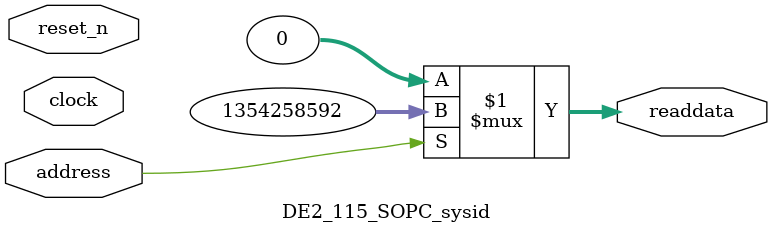
<source format=v>

`timescale 1ns / 1ps
// synthesis translate_on

// turn off superfluous verilog processor warnings 
// altera message_level Level1 
// altera message_off 10034 10035 10036 10037 10230 10240 10030 

module DE2_115_SOPC_sysid (
               // inputs:
                address,
                clock,
                reset_n,

               // outputs:
                readdata
             )
;

  output  [ 31: 0] readdata;
  input            address;
  input            clock;
  input            reset_n;

  wire    [ 31: 0] readdata;
  //control_slave, which is an e_avalon_slave
  assign readdata = address ? 1354258592 : 0;

endmodule




</source>
